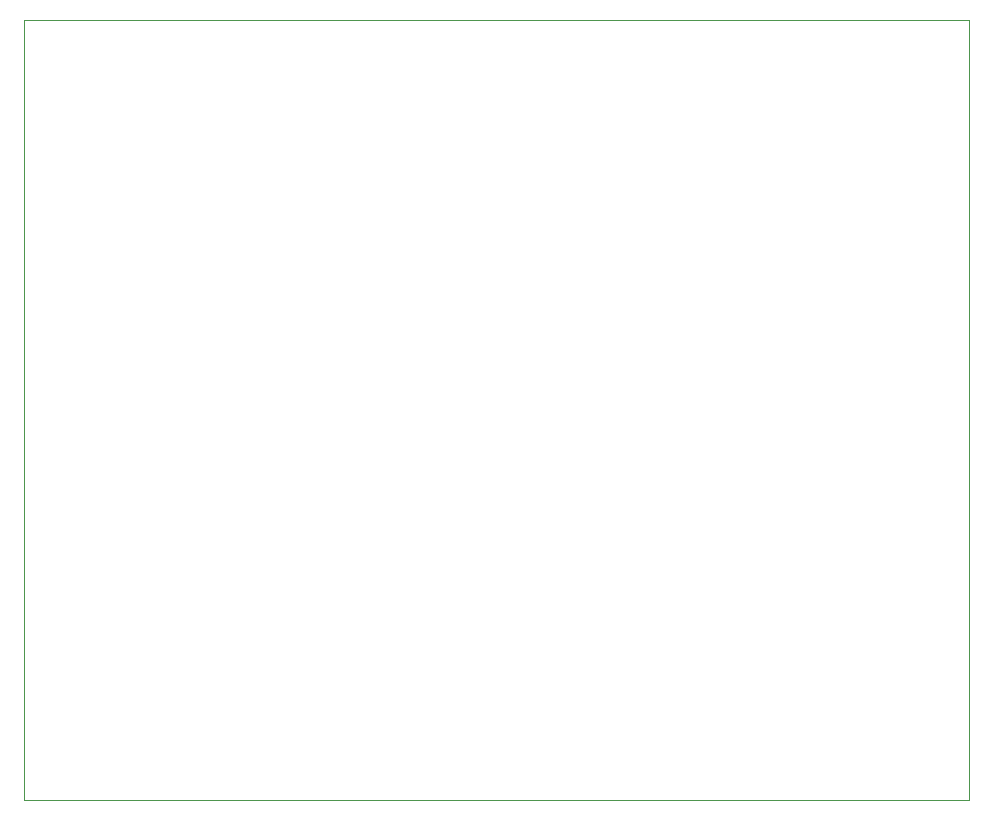
<source format=gbr>
%TF.GenerationSoftware,KiCad,Pcbnew,(6.0.10-0)*%
%TF.CreationDate,2023-03-03T14:43:48-05:00*%
%TF.ProjectId,shield,73686965-6c64-42e6-9b69-6361645f7063,rev?*%
%TF.SameCoordinates,Original*%
%TF.FileFunction,Profile,NP*%
%FSLAX46Y46*%
G04 Gerber Fmt 4.6, Leading zero omitted, Abs format (unit mm)*
G04 Created by KiCad (PCBNEW (6.0.10-0)) date 2023-03-03 14:43:48*
%MOMM*%
%LPD*%
G01*
G04 APERTURE LIST*
%TA.AperFunction,Profile*%
%ADD10C,0.100000*%
%TD*%
G04 APERTURE END LIST*
D10*
X72000000Y-62000000D02*
X152000000Y-62000000D01*
X152000000Y-62000000D02*
X152000000Y-128000000D01*
X152000000Y-128000000D02*
X72000000Y-128000000D01*
X72000000Y-128000000D02*
X72000000Y-62000000D01*
M02*

</source>
